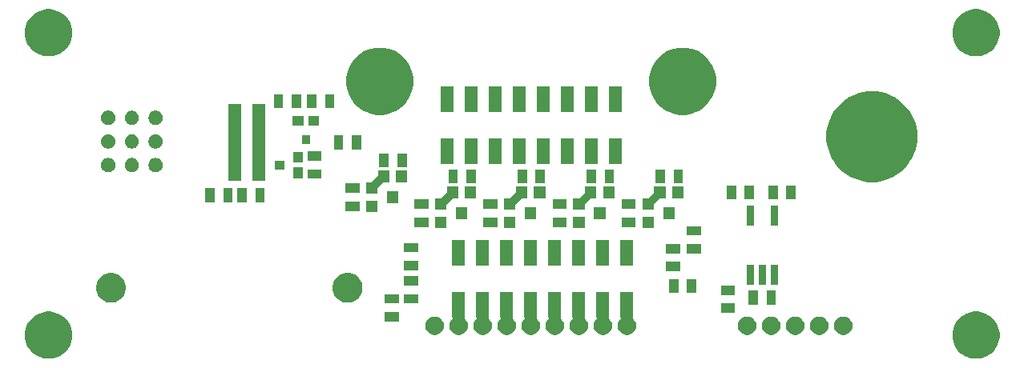
<source format=gbs>
G04 #@! TF.GenerationSoftware,KiCad,Pcbnew,5.1.5-52549c5~84~ubuntu18.04.1*
G04 #@! TF.CreationDate,2020-03-29T21:38:33-07:00*
G04 #@! TF.ProjectId,endcap,656e6463-6170-42e6-9b69-6361645f7063,2.1*
G04 #@! TF.SameCoordinates,PX2faf080PY2faf080*
G04 #@! TF.FileFunction,Soldermask,Bot*
G04 #@! TF.FilePolarity,Negative*
%FSLAX46Y46*%
G04 Gerber Fmt 4.6, Leading zero omitted, Abs format (unit mm)*
G04 Created by KiCad (PCBNEW 5.1.5-52549c5~84~ubuntu18.04.1) date 2020-03-29 21:38:33*
%MOMM*%
%LPD*%
G04 APERTURE LIST*
%ADD10C,0.100000*%
G04 APERTURE END LIST*
D10*
G36*
X102487921Y-33547056D02*
G01*
X102729515Y-33595112D01*
X103184668Y-33783643D01*
X103287769Y-33852533D01*
X103594294Y-34057346D01*
X103942654Y-34405706D01*
X104216358Y-34815334D01*
X104404888Y-35270486D01*
X104501000Y-35753672D01*
X104501000Y-36246328D01*
X104404888Y-36729514D01*
X104216358Y-37184666D01*
X103942654Y-37594294D01*
X103594294Y-37942654D01*
X103287769Y-38147467D01*
X103184668Y-38216357D01*
X102729515Y-38404888D01*
X102487921Y-38452944D01*
X102246328Y-38501000D01*
X101753672Y-38501000D01*
X101512079Y-38452944D01*
X101270485Y-38404888D01*
X100815332Y-38216357D01*
X100712231Y-38147467D01*
X100405706Y-37942654D01*
X100057346Y-37594294D01*
X99783642Y-37184666D01*
X99595112Y-36729514D01*
X99499000Y-36246328D01*
X99499000Y-35753672D01*
X99595112Y-35270486D01*
X99783642Y-34815334D01*
X100057346Y-34405706D01*
X100405706Y-34057346D01*
X100712231Y-33852533D01*
X100815332Y-33783643D01*
X101270485Y-33595112D01*
X101512079Y-33547056D01*
X101753672Y-33499000D01*
X102246328Y-33499000D01*
X102487921Y-33547056D01*
G37*
G36*
X4487921Y-33547056D02*
G01*
X4729515Y-33595112D01*
X5184668Y-33783643D01*
X5287769Y-33852533D01*
X5594294Y-34057346D01*
X5942654Y-34405706D01*
X6216358Y-34815334D01*
X6404888Y-35270486D01*
X6501000Y-35753672D01*
X6501000Y-36246328D01*
X6404888Y-36729514D01*
X6216358Y-37184666D01*
X5942654Y-37594294D01*
X5594294Y-37942654D01*
X5287769Y-38147467D01*
X5184668Y-38216357D01*
X4729515Y-38404888D01*
X4487921Y-38452944D01*
X4246328Y-38501000D01*
X3753672Y-38501000D01*
X3512079Y-38452944D01*
X3270485Y-38404888D01*
X2815332Y-38216357D01*
X2712231Y-38147467D01*
X2405706Y-37942654D01*
X2057346Y-37594294D01*
X1783642Y-37184666D01*
X1595112Y-36729514D01*
X1499000Y-36246328D01*
X1499000Y-35753672D01*
X1595112Y-35270486D01*
X1783642Y-34815334D01*
X2057346Y-34405706D01*
X2405706Y-34057346D01*
X2712231Y-33852533D01*
X2815332Y-33783643D01*
X3270485Y-33595112D01*
X3512079Y-33547056D01*
X3753672Y-33499000D01*
X4246328Y-33499000D01*
X4487921Y-33547056D01*
G37*
G36*
X53081000Y-34199800D02*
G01*
X53080450Y-34201613D01*
X53078048Y-34225999D01*
X53080450Y-34250385D01*
X53087563Y-34273834D01*
X53099114Y-34295445D01*
X53114659Y-34314387D01*
X53178111Y-34377839D01*
X53267158Y-34511109D01*
X53284920Y-34537691D01*
X53289190Y-34548000D01*
X53358493Y-34715313D01*
X53396000Y-34903871D01*
X53396000Y-35096129D01*
X53358493Y-35284687D01*
X53358492Y-35284689D01*
X53284920Y-35462309D01*
X53284919Y-35462310D01*
X53178111Y-35622161D01*
X53042161Y-35758111D01*
X52908891Y-35847158D01*
X52882309Y-35864920D01*
X52744927Y-35921825D01*
X52704687Y-35938493D01*
X52516129Y-35976000D01*
X52323871Y-35976000D01*
X52135313Y-35938493D01*
X52095073Y-35921825D01*
X51957691Y-35864920D01*
X51931109Y-35847158D01*
X51797839Y-35758111D01*
X51661889Y-35622161D01*
X51555081Y-35462310D01*
X51555080Y-35462309D01*
X51481508Y-35284689D01*
X51481507Y-35284687D01*
X51444000Y-35096129D01*
X51444000Y-34903871D01*
X51481507Y-34715313D01*
X51550810Y-34548000D01*
X51555080Y-34537691D01*
X51572842Y-34511109D01*
X51661889Y-34377839D01*
X51725341Y-34314387D01*
X51740886Y-34295445D01*
X51752437Y-34273834D01*
X51759550Y-34250385D01*
X51761952Y-34225999D01*
X51759550Y-34201613D01*
X51752437Y-34178164D01*
X51740886Y-34156553D01*
X51725341Y-34137611D01*
X51706399Y-34122066D01*
X51684788Y-34110515D01*
X51679000Y-34108759D01*
X51679000Y-31399000D01*
X53081000Y-31399000D01*
X53081000Y-34199800D01*
G37*
G36*
X85724687Y-34061507D02*
G01*
X85724690Y-34061508D01*
X85724689Y-34061508D01*
X85902309Y-34135080D01*
X85928891Y-34152842D01*
X86062161Y-34241889D01*
X86198111Y-34377839D01*
X86287158Y-34511109D01*
X86304920Y-34537691D01*
X86309190Y-34548000D01*
X86378493Y-34715313D01*
X86416000Y-34903871D01*
X86416000Y-35096129D01*
X86378493Y-35284687D01*
X86378492Y-35284689D01*
X86304920Y-35462309D01*
X86304919Y-35462310D01*
X86198111Y-35622161D01*
X86062161Y-35758111D01*
X85928891Y-35847158D01*
X85902309Y-35864920D01*
X85764927Y-35921825D01*
X85724687Y-35938493D01*
X85536129Y-35976000D01*
X85343871Y-35976000D01*
X85155313Y-35938493D01*
X85115073Y-35921825D01*
X84977691Y-35864920D01*
X84951109Y-35847158D01*
X84817839Y-35758111D01*
X84681889Y-35622161D01*
X84575081Y-35462310D01*
X84575080Y-35462309D01*
X84501508Y-35284689D01*
X84501507Y-35284687D01*
X84464000Y-35096129D01*
X84464000Y-34903871D01*
X84501507Y-34715313D01*
X84570810Y-34548000D01*
X84575080Y-34537691D01*
X84592842Y-34511109D01*
X84681889Y-34377839D01*
X84817839Y-34241889D01*
X84951109Y-34152842D01*
X84977691Y-34135080D01*
X85155311Y-34061508D01*
X85155310Y-34061508D01*
X85155313Y-34061507D01*
X85343871Y-34024000D01*
X85536129Y-34024000D01*
X85724687Y-34061507D01*
G37*
G36*
X88264687Y-34061507D02*
G01*
X88264690Y-34061508D01*
X88264689Y-34061508D01*
X88442309Y-34135080D01*
X88468891Y-34152842D01*
X88602161Y-34241889D01*
X88738111Y-34377839D01*
X88827158Y-34511109D01*
X88844920Y-34537691D01*
X88849190Y-34548000D01*
X88918493Y-34715313D01*
X88956000Y-34903871D01*
X88956000Y-35096129D01*
X88918493Y-35284687D01*
X88918492Y-35284689D01*
X88844920Y-35462309D01*
X88844919Y-35462310D01*
X88738111Y-35622161D01*
X88602161Y-35758111D01*
X88468891Y-35847158D01*
X88442309Y-35864920D01*
X88304927Y-35921825D01*
X88264687Y-35938493D01*
X88076129Y-35976000D01*
X87883871Y-35976000D01*
X87695313Y-35938493D01*
X87655073Y-35921825D01*
X87517691Y-35864920D01*
X87491109Y-35847158D01*
X87357839Y-35758111D01*
X87221889Y-35622161D01*
X87115081Y-35462310D01*
X87115080Y-35462309D01*
X87041508Y-35284689D01*
X87041507Y-35284687D01*
X87004000Y-35096129D01*
X87004000Y-34903871D01*
X87041507Y-34715313D01*
X87110810Y-34548000D01*
X87115080Y-34537691D01*
X87132842Y-34511109D01*
X87221889Y-34377839D01*
X87357839Y-34241889D01*
X87491109Y-34152842D01*
X87517691Y-34135080D01*
X87695311Y-34061508D01*
X87695310Y-34061508D01*
X87695313Y-34061507D01*
X87883871Y-34024000D01*
X88076129Y-34024000D01*
X88264687Y-34061507D01*
G37*
G36*
X83184687Y-34061507D02*
G01*
X83184690Y-34061508D01*
X83184689Y-34061508D01*
X83362309Y-34135080D01*
X83388891Y-34152842D01*
X83522161Y-34241889D01*
X83658111Y-34377839D01*
X83747158Y-34511109D01*
X83764920Y-34537691D01*
X83769190Y-34548000D01*
X83838493Y-34715313D01*
X83876000Y-34903871D01*
X83876000Y-35096129D01*
X83838493Y-35284687D01*
X83838492Y-35284689D01*
X83764920Y-35462309D01*
X83764919Y-35462310D01*
X83658111Y-35622161D01*
X83522161Y-35758111D01*
X83388891Y-35847158D01*
X83362309Y-35864920D01*
X83224927Y-35921825D01*
X83184687Y-35938493D01*
X82996129Y-35976000D01*
X82803871Y-35976000D01*
X82615313Y-35938493D01*
X82575073Y-35921825D01*
X82437691Y-35864920D01*
X82411109Y-35847158D01*
X82277839Y-35758111D01*
X82141889Y-35622161D01*
X82035081Y-35462310D01*
X82035080Y-35462309D01*
X81961508Y-35284689D01*
X81961507Y-35284687D01*
X81924000Y-35096129D01*
X81924000Y-34903871D01*
X81961507Y-34715313D01*
X82030810Y-34548000D01*
X82035080Y-34537691D01*
X82052842Y-34511109D01*
X82141889Y-34377839D01*
X82277839Y-34241889D01*
X82411109Y-34152842D01*
X82437691Y-34135080D01*
X82615311Y-34061508D01*
X82615310Y-34061508D01*
X82615313Y-34061507D01*
X82803871Y-34024000D01*
X82996129Y-34024000D01*
X83184687Y-34061507D01*
G37*
G36*
X80644687Y-34061507D02*
G01*
X80644690Y-34061508D01*
X80644689Y-34061508D01*
X80822309Y-34135080D01*
X80848891Y-34152842D01*
X80982161Y-34241889D01*
X81118111Y-34377839D01*
X81207158Y-34511109D01*
X81224920Y-34537691D01*
X81229190Y-34548000D01*
X81298493Y-34715313D01*
X81336000Y-34903871D01*
X81336000Y-35096129D01*
X81298493Y-35284687D01*
X81298492Y-35284689D01*
X81224920Y-35462309D01*
X81224919Y-35462310D01*
X81118111Y-35622161D01*
X80982161Y-35758111D01*
X80848891Y-35847158D01*
X80822309Y-35864920D01*
X80684927Y-35921825D01*
X80644687Y-35938493D01*
X80456129Y-35976000D01*
X80263871Y-35976000D01*
X80075313Y-35938493D01*
X80035073Y-35921825D01*
X79897691Y-35864920D01*
X79871109Y-35847158D01*
X79737839Y-35758111D01*
X79601889Y-35622161D01*
X79495081Y-35462310D01*
X79495080Y-35462309D01*
X79421508Y-35284689D01*
X79421507Y-35284687D01*
X79384000Y-35096129D01*
X79384000Y-34903871D01*
X79421507Y-34715313D01*
X79490810Y-34548000D01*
X79495080Y-34537691D01*
X79512842Y-34511109D01*
X79601889Y-34377839D01*
X79737839Y-34241889D01*
X79871109Y-34152842D01*
X79897691Y-34135080D01*
X80075311Y-34061508D01*
X80075310Y-34061508D01*
X80075313Y-34061507D01*
X80263871Y-34024000D01*
X80456129Y-34024000D01*
X80644687Y-34061507D01*
G37*
G36*
X78104687Y-34061507D02*
G01*
X78104690Y-34061508D01*
X78104689Y-34061508D01*
X78282309Y-34135080D01*
X78308891Y-34152842D01*
X78442161Y-34241889D01*
X78578111Y-34377839D01*
X78667158Y-34511109D01*
X78684920Y-34537691D01*
X78689190Y-34548000D01*
X78758493Y-34715313D01*
X78796000Y-34903871D01*
X78796000Y-35096129D01*
X78758493Y-35284687D01*
X78758492Y-35284689D01*
X78684920Y-35462309D01*
X78684919Y-35462310D01*
X78578111Y-35622161D01*
X78442161Y-35758111D01*
X78308891Y-35847158D01*
X78282309Y-35864920D01*
X78144927Y-35921825D01*
X78104687Y-35938493D01*
X77916129Y-35976000D01*
X77723871Y-35976000D01*
X77535313Y-35938493D01*
X77495073Y-35921825D01*
X77357691Y-35864920D01*
X77331109Y-35847158D01*
X77197839Y-35758111D01*
X77061889Y-35622161D01*
X76955081Y-35462310D01*
X76955080Y-35462309D01*
X76881508Y-35284689D01*
X76881507Y-35284687D01*
X76844000Y-35096129D01*
X76844000Y-34903871D01*
X76881507Y-34715313D01*
X76950810Y-34548000D01*
X76955080Y-34537691D01*
X76972842Y-34511109D01*
X77061889Y-34377839D01*
X77197839Y-34241889D01*
X77331109Y-34152842D01*
X77357691Y-34135080D01*
X77535311Y-34061508D01*
X77535310Y-34061508D01*
X77535313Y-34061507D01*
X77723871Y-34024000D01*
X77916129Y-34024000D01*
X78104687Y-34061507D01*
G37*
G36*
X45084687Y-34061507D02*
G01*
X45084690Y-34061508D01*
X45084689Y-34061508D01*
X45262309Y-34135080D01*
X45288891Y-34152842D01*
X45422161Y-34241889D01*
X45558111Y-34377839D01*
X45647158Y-34511109D01*
X45664920Y-34537691D01*
X45669190Y-34548000D01*
X45738493Y-34715313D01*
X45776000Y-34903871D01*
X45776000Y-35096129D01*
X45738493Y-35284687D01*
X45738492Y-35284689D01*
X45664920Y-35462309D01*
X45664919Y-35462310D01*
X45558111Y-35622161D01*
X45422161Y-35758111D01*
X45288891Y-35847158D01*
X45262309Y-35864920D01*
X45124927Y-35921825D01*
X45084687Y-35938493D01*
X44896129Y-35976000D01*
X44703871Y-35976000D01*
X44515313Y-35938493D01*
X44475073Y-35921825D01*
X44337691Y-35864920D01*
X44311109Y-35847158D01*
X44177839Y-35758111D01*
X44041889Y-35622161D01*
X43935081Y-35462310D01*
X43935080Y-35462309D01*
X43861508Y-35284689D01*
X43861507Y-35284687D01*
X43824000Y-35096129D01*
X43824000Y-34903871D01*
X43861507Y-34715313D01*
X43930810Y-34548000D01*
X43935080Y-34537691D01*
X43952842Y-34511109D01*
X44041889Y-34377839D01*
X44177839Y-34241889D01*
X44311109Y-34152842D01*
X44337691Y-34135080D01*
X44515311Y-34061508D01*
X44515310Y-34061508D01*
X44515313Y-34061507D01*
X44703871Y-34024000D01*
X44896129Y-34024000D01*
X45084687Y-34061507D01*
G37*
G36*
X48001000Y-34199800D02*
G01*
X48000450Y-34201613D01*
X47998048Y-34225999D01*
X48000450Y-34250385D01*
X48007563Y-34273834D01*
X48019114Y-34295445D01*
X48034659Y-34314387D01*
X48098111Y-34377839D01*
X48187158Y-34511109D01*
X48204920Y-34537691D01*
X48209190Y-34548000D01*
X48278493Y-34715313D01*
X48316000Y-34903871D01*
X48316000Y-35096129D01*
X48278493Y-35284687D01*
X48278492Y-35284689D01*
X48204920Y-35462309D01*
X48204919Y-35462310D01*
X48098111Y-35622161D01*
X47962161Y-35758111D01*
X47828891Y-35847158D01*
X47802309Y-35864920D01*
X47664927Y-35921825D01*
X47624687Y-35938493D01*
X47436129Y-35976000D01*
X47243871Y-35976000D01*
X47055313Y-35938493D01*
X47015073Y-35921825D01*
X46877691Y-35864920D01*
X46851109Y-35847158D01*
X46717839Y-35758111D01*
X46581889Y-35622161D01*
X46475081Y-35462310D01*
X46475080Y-35462309D01*
X46401508Y-35284689D01*
X46401507Y-35284687D01*
X46364000Y-35096129D01*
X46364000Y-34903871D01*
X46401507Y-34715313D01*
X46470810Y-34548000D01*
X46475080Y-34537691D01*
X46492842Y-34511109D01*
X46581889Y-34377839D01*
X46645341Y-34314387D01*
X46660886Y-34295445D01*
X46672437Y-34273834D01*
X46679550Y-34250385D01*
X46681952Y-34225999D01*
X46679550Y-34201613D01*
X46672437Y-34178164D01*
X46660886Y-34156553D01*
X46645341Y-34137611D01*
X46626399Y-34122066D01*
X46604788Y-34110515D01*
X46599000Y-34108759D01*
X46599000Y-31399000D01*
X48001000Y-31399000D01*
X48001000Y-34199800D01*
G37*
G36*
X65781000Y-34199800D02*
G01*
X65780450Y-34201613D01*
X65778048Y-34225999D01*
X65780450Y-34250385D01*
X65787563Y-34273834D01*
X65799114Y-34295445D01*
X65814659Y-34314387D01*
X65878111Y-34377839D01*
X65967158Y-34511109D01*
X65984920Y-34537691D01*
X65989190Y-34548000D01*
X66058493Y-34715313D01*
X66096000Y-34903871D01*
X66096000Y-35096129D01*
X66058493Y-35284687D01*
X66058492Y-35284689D01*
X65984920Y-35462309D01*
X65984919Y-35462310D01*
X65878111Y-35622161D01*
X65742161Y-35758111D01*
X65608891Y-35847158D01*
X65582309Y-35864920D01*
X65444927Y-35921825D01*
X65404687Y-35938493D01*
X65216129Y-35976000D01*
X65023871Y-35976000D01*
X64835313Y-35938493D01*
X64795073Y-35921825D01*
X64657691Y-35864920D01*
X64631109Y-35847158D01*
X64497839Y-35758111D01*
X64361889Y-35622161D01*
X64255081Y-35462310D01*
X64255080Y-35462309D01*
X64181508Y-35284689D01*
X64181507Y-35284687D01*
X64144000Y-35096129D01*
X64144000Y-34903871D01*
X64181507Y-34715313D01*
X64250810Y-34548000D01*
X64255080Y-34537691D01*
X64272842Y-34511109D01*
X64361889Y-34377839D01*
X64425341Y-34314387D01*
X64440886Y-34295445D01*
X64452437Y-34273834D01*
X64459550Y-34250385D01*
X64461952Y-34225999D01*
X64459550Y-34201613D01*
X64452437Y-34178164D01*
X64440886Y-34156553D01*
X64425341Y-34137611D01*
X64406399Y-34122066D01*
X64384788Y-34110515D01*
X64379000Y-34108759D01*
X64379000Y-31399000D01*
X65781000Y-31399000D01*
X65781000Y-34199800D01*
G37*
G36*
X63241000Y-34199800D02*
G01*
X63240450Y-34201613D01*
X63238048Y-34225999D01*
X63240450Y-34250385D01*
X63247563Y-34273834D01*
X63259114Y-34295445D01*
X63274659Y-34314387D01*
X63338111Y-34377839D01*
X63427158Y-34511109D01*
X63444920Y-34537691D01*
X63449190Y-34548000D01*
X63518493Y-34715313D01*
X63556000Y-34903871D01*
X63556000Y-35096129D01*
X63518493Y-35284687D01*
X63518492Y-35284689D01*
X63444920Y-35462309D01*
X63444919Y-35462310D01*
X63338111Y-35622161D01*
X63202161Y-35758111D01*
X63068891Y-35847158D01*
X63042309Y-35864920D01*
X62904927Y-35921825D01*
X62864687Y-35938493D01*
X62676129Y-35976000D01*
X62483871Y-35976000D01*
X62295313Y-35938493D01*
X62255073Y-35921825D01*
X62117691Y-35864920D01*
X62091109Y-35847158D01*
X61957839Y-35758111D01*
X61821889Y-35622161D01*
X61715081Y-35462310D01*
X61715080Y-35462309D01*
X61641508Y-35284689D01*
X61641507Y-35284687D01*
X61604000Y-35096129D01*
X61604000Y-34903871D01*
X61641507Y-34715313D01*
X61710810Y-34548000D01*
X61715080Y-34537691D01*
X61732842Y-34511109D01*
X61821889Y-34377839D01*
X61885341Y-34314387D01*
X61900886Y-34295445D01*
X61912437Y-34273834D01*
X61919550Y-34250385D01*
X61921952Y-34225999D01*
X61919550Y-34201613D01*
X61912437Y-34178164D01*
X61900886Y-34156553D01*
X61885341Y-34137611D01*
X61866399Y-34122066D01*
X61844788Y-34110515D01*
X61839000Y-34108759D01*
X61839000Y-31399000D01*
X63241000Y-31399000D01*
X63241000Y-34199800D01*
G37*
G36*
X60701000Y-34199800D02*
G01*
X60700450Y-34201613D01*
X60698048Y-34225999D01*
X60700450Y-34250385D01*
X60707563Y-34273834D01*
X60719114Y-34295445D01*
X60734659Y-34314387D01*
X60798111Y-34377839D01*
X60887158Y-34511109D01*
X60904920Y-34537691D01*
X60909190Y-34548000D01*
X60978493Y-34715313D01*
X61016000Y-34903871D01*
X61016000Y-35096129D01*
X60978493Y-35284687D01*
X60978492Y-35284689D01*
X60904920Y-35462309D01*
X60904919Y-35462310D01*
X60798111Y-35622161D01*
X60662161Y-35758111D01*
X60528891Y-35847158D01*
X60502309Y-35864920D01*
X60364927Y-35921825D01*
X60324687Y-35938493D01*
X60136129Y-35976000D01*
X59943871Y-35976000D01*
X59755313Y-35938493D01*
X59715073Y-35921825D01*
X59577691Y-35864920D01*
X59551109Y-35847158D01*
X59417839Y-35758111D01*
X59281889Y-35622161D01*
X59175081Y-35462310D01*
X59175080Y-35462309D01*
X59101508Y-35284689D01*
X59101507Y-35284687D01*
X59064000Y-35096129D01*
X59064000Y-34903871D01*
X59101507Y-34715313D01*
X59170810Y-34548000D01*
X59175080Y-34537691D01*
X59192842Y-34511109D01*
X59281889Y-34377839D01*
X59345341Y-34314387D01*
X59360886Y-34295445D01*
X59372437Y-34273834D01*
X59379550Y-34250385D01*
X59381952Y-34225999D01*
X59379550Y-34201613D01*
X59372437Y-34178164D01*
X59360886Y-34156553D01*
X59345341Y-34137611D01*
X59326399Y-34122066D01*
X59304788Y-34110515D01*
X59299000Y-34108759D01*
X59299000Y-31399000D01*
X60701000Y-31399000D01*
X60701000Y-34199800D01*
G37*
G36*
X58161000Y-34199800D02*
G01*
X58160450Y-34201613D01*
X58158048Y-34225999D01*
X58160450Y-34250385D01*
X58167563Y-34273834D01*
X58179114Y-34295445D01*
X58194659Y-34314387D01*
X58258111Y-34377839D01*
X58347158Y-34511109D01*
X58364920Y-34537691D01*
X58369190Y-34548000D01*
X58438493Y-34715313D01*
X58476000Y-34903871D01*
X58476000Y-35096129D01*
X58438493Y-35284687D01*
X58438492Y-35284689D01*
X58364920Y-35462309D01*
X58364919Y-35462310D01*
X58258111Y-35622161D01*
X58122161Y-35758111D01*
X57988891Y-35847158D01*
X57962309Y-35864920D01*
X57824927Y-35921825D01*
X57784687Y-35938493D01*
X57596129Y-35976000D01*
X57403871Y-35976000D01*
X57215313Y-35938493D01*
X57175073Y-35921825D01*
X57037691Y-35864920D01*
X57011109Y-35847158D01*
X56877839Y-35758111D01*
X56741889Y-35622161D01*
X56635081Y-35462310D01*
X56635080Y-35462309D01*
X56561508Y-35284689D01*
X56561507Y-35284687D01*
X56524000Y-35096129D01*
X56524000Y-34903871D01*
X56561507Y-34715313D01*
X56630810Y-34548000D01*
X56635080Y-34537691D01*
X56652842Y-34511109D01*
X56741889Y-34377839D01*
X56805341Y-34314387D01*
X56820886Y-34295445D01*
X56832437Y-34273834D01*
X56839550Y-34250385D01*
X56841952Y-34225999D01*
X56839550Y-34201613D01*
X56832437Y-34178164D01*
X56820886Y-34156553D01*
X56805341Y-34137611D01*
X56786399Y-34122066D01*
X56764788Y-34110515D01*
X56759000Y-34108759D01*
X56759000Y-31399000D01*
X58161000Y-31399000D01*
X58161000Y-34199800D01*
G37*
G36*
X55621000Y-34199800D02*
G01*
X55620450Y-34201613D01*
X55618048Y-34225999D01*
X55620450Y-34250385D01*
X55627563Y-34273834D01*
X55639114Y-34295445D01*
X55654659Y-34314387D01*
X55718111Y-34377839D01*
X55807158Y-34511109D01*
X55824920Y-34537691D01*
X55829190Y-34548000D01*
X55898493Y-34715313D01*
X55936000Y-34903871D01*
X55936000Y-35096129D01*
X55898493Y-35284687D01*
X55898492Y-35284689D01*
X55824920Y-35462309D01*
X55824919Y-35462310D01*
X55718111Y-35622161D01*
X55582161Y-35758111D01*
X55448891Y-35847158D01*
X55422309Y-35864920D01*
X55284927Y-35921825D01*
X55244687Y-35938493D01*
X55056129Y-35976000D01*
X54863871Y-35976000D01*
X54675313Y-35938493D01*
X54635073Y-35921825D01*
X54497691Y-35864920D01*
X54471109Y-35847158D01*
X54337839Y-35758111D01*
X54201889Y-35622161D01*
X54095081Y-35462310D01*
X54095080Y-35462309D01*
X54021508Y-35284689D01*
X54021507Y-35284687D01*
X53984000Y-35096129D01*
X53984000Y-34903871D01*
X54021507Y-34715313D01*
X54090810Y-34548000D01*
X54095080Y-34537691D01*
X54112842Y-34511109D01*
X54201889Y-34377839D01*
X54265341Y-34314387D01*
X54280886Y-34295445D01*
X54292437Y-34273834D01*
X54299550Y-34250385D01*
X54301952Y-34225999D01*
X54299550Y-34201613D01*
X54292437Y-34178164D01*
X54280886Y-34156553D01*
X54265341Y-34137611D01*
X54246399Y-34122066D01*
X54224788Y-34110515D01*
X54219000Y-34108759D01*
X54219000Y-31399000D01*
X55621000Y-31399000D01*
X55621000Y-34199800D01*
G37*
G36*
X50541000Y-34199800D02*
G01*
X50540450Y-34201613D01*
X50538048Y-34225999D01*
X50540450Y-34250385D01*
X50547563Y-34273834D01*
X50559114Y-34295445D01*
X50574659Y-34314387D01*
X50638111Y-34377839D01*
X50727158Y-34511109D01*
X50744920Y-34537691D01*
X50749190Y-34548000D01*
X50818493Y-34715313D01*
X50856000Y-34903871D01*
X50856000Y-35096129D01*
X50818493Y-35284687D01*
X50818492Y-35284689D01*
X50744920Y-35462309D01*
X50744919Y-35462310D01*
X50638111Y-35622161D01*
X50502161Y-35758111D01*
X50368891Y-35847158D01*
X50342309Y-35864920D01*
X50204927Y-35921825D01*
X50164687Y-35938493D01*
X49976129Y-35976000D01*
X49783871Y-35976000D01*
X49595313Y-35938493D01*
X49555073Y-35921825D01*
X49417691Y-35864920D01*
X49391109Y-35847158D01*
X49257839Y-35758111D01*
X49121889Y-35622161D01*
X49015081Y-35462310D01*
X49015080Y-35462309D01*
X48941508Y-35284689D01*
X48941507Y-35284687D01*
X48904000Y-35096129D01*
X48904000Y-34903871D01*
X48941507Y-34715313D01*
X49010810Y-34548000D01*
X49015080Y-34537691D01*
X49032842Y-34511109D01*
X49121889Y-34377839D01*
X49185341Y-34314387D01*
X49200886Y-34295445D01*
X49212437Y-34273834D01*
X49219550Y-34250385D01*
X49221952Y-34225999D01*
X49219550Y-34201613D01*
X49212437Y-34178164D01*
X49200886Y-34156553D01*
X49185341Y-34137611D01*
X49166399Y-34122066D01*
X49144788Y-34110515D01*
X49139000Y-34108759D01*
X49139000Y-31399000D01*
X50541000Y-31399000D01*
X50541000Y-34199800D01*
G37*
G36*
X41049500Y-34548000D02*
G01*
X39550500Y-34548000D01*
X39550500Y-33557000D01*
X41049500Y-33557000D01*
X41049500Y-34548000D01*
G37*
G36*
X76549500Y-33648000D02*
G01*
X75050500Y-33648000D01*
X75050500Y-32657000D01*
X76549500Y-32657000D01*
X76549500Y-33648000D01*
G37*
G36*
X78943000Y-32749500D02*
G01*
X77952000Y-32749500D01*
X77952000Y-31250500D01*
X78943000Y-31250500D01*
X78943000Y-32749500D01*
G37*
G36*
X80848000Y-32749500D02*
G01*
X79857000Y-32749500D01*
X79857000Y-31250500D01*
X80848000Y-31250500D01*
X80848000Y-32749500D01*
G37*
G36*
X43049500Y-32648000D02*
G01*
X41550500Y-32648000D01*
X41550500Y-31657000D01*
X43049500Y-31657000D01*
X43049500Y-32648000D01*
G37*
G36*
X41049500Y-32643000D02*
G01*
X39550500Y-32643000D01*
X39550500Y-31652000D01*
X41049500Y-31652000D01*
X41049500Y-32643000D01*
G37*
G36*
X10831083Y-29439090D02*
G01*
X11059702Y-29484564D01*
X11346516Y-29603367D01*
X11604642Y-29775841D01*
X11824159Y-29995358D01*
X11996633Y-30253484D01*
X12115436Y-30540298D01*
X12176000Y-30844778D01*
X12176000Y-31155222D01*
X12115436Y-31459702D01*
X11996633Y-31746516D01*
X11824159Y-32004642D01*
X11604642Y-32224159D01*
X11346516Y-32396633D01*
X11059702Y-32515436D01*
X10831083Y-32560910D01*
X10755224Y-32576000D01*
X10444776Y-32576000D01*
X10368917Y-32560910D01*
X10140298Y-32515436D01*
X9853484Y-32396633D01*
X9595358Y-32224159D01*
X9375841Y-32004642D01*
X9203367Y-31746516D01*
X9084564Y-31459702D01*
X9024000Y-31155222D01*
X9024000Y-30844778D01*
X9084564Y-30540298D01*
X9203367Y-30253484D01*
X9375841Y-29995358D01*
X9595358Y-29775841D01*
X9853484Y-29603367D01*
X10140298Y-29484564D01*
X10368917Y-29439090D01*
X10444776Y-29424000D01*
X10755224Y-29424000D01*
X10831083Y-29439090D01*
G37*
G36*
X35831083Y-29439090D02*
G01*
X36059702Y-29484564D01*
X36346516Y-29603367D01*
X36604642Y-29775841D01*
X36824159Y-29995358D01*
X36996633Y-30253484D01*
X37115436Y-30540298D01*
X37176000Y-30844778D01*
X37176000Y-31155222D01*
X37115436Y-31459702D01*
X36996633Y-31746516D01*
X36824159Y-32004642D01*
X36604642Y-32224159D01*
X36346516Y-32396633D01*
X36059702Y-32515436D01*
X35831083Y-32560910D01*
X35755224Y-32576000D01*
X35444776Y-32576000D01*
X35368917Y-32560910D01*
X35140298Y-32515436D01*
X34853484Y-32396633D01*
X34595358Y-32224159D01*
X34375841Y-32004642D01*
X34203367Y-31746516D01*
X34084564Y-31459702D01*
X34024000Y-31155222D01*
X34024000Y-30844778D01*
X34084564Y-30540298D01*
X34203367Y-30253484D01*
X34375841Y-29995358D01*
X34595358Y-29775841D01*
X34853484Y-29603367D01*
X35140298Y-29484564D01*
X35368917Y-29439090D01*
X35444776Y-29424000D01*
X35755224Y-29424000D01*
X35831083Y-29439090D01*
G37*
G36*
X76549500Y-31743000D02*
G01*
X75050500Y-31743000D01*
X75050500Y-30752000D01*
X76549500Y-30752000D01*
X76549500Y-31743000D01*
G37*
G36*
X70543000Y-31549500D02*
G01*
X69552000Y-31549500D01*
X69552000Y-30050500D01*
X70543000Y-30050500D01*
X70543000Y-31549500D01*
G37*
G36*
X72448000Y-31549500D02*
G01*
X71457000Y-31549500D01*
X71457000Y-30050500D01*
X72448000Y-30050500D01*
X72448000Y-31549500D01*
G37*
G36*
X43049500Y-30743000D02*
G01*
X41550500Y-30743000D01*
X41550500Y-29752000D01*
X43049500Y-29752000D01*
X43049500Y-30743000D01*
G37*
G36*
X81041000Y-30701000D02*
G01*
X80299000Y-30701000D01*
X80299000Y-28599000D01*
X81041000Y-28599000D01*
X81041000Y-30701000D01*
G37*
G36*
X78501000Y-30701000D02*
G01*
X77759000Y-30701000D01*
X77759000Y-28599000D01*
X78501000Y-28599000D01*
X78501000Y-30701000D01*
G37*
G36*
X79771000Y-30701000D02*
G01*
X79029000Y-30701000D01*
X79029000Y-28599000D01*
X79771000Y-28599000D01*
X79771000Y-30701000D01*
G37*
G36*
X70749500Y-29248000D02*
G01*
X69250500Y-29248000D01*
X69250500Y-28257000D01*
X70749500Y-28257000D01*
X70749500Y-29248000D01*
G37*
G36*
X43049500Y-29148000D02*
G01*
X41550500Y-29148000D01*
X41550500Y-28157000D01*
X43049500Y-28157000D01*
X43049500Y-29148000D01*
G37*
G36*
X63241000Y-28601000D02*
G01*
X61839000Y-28601000D01*
X61839000Y-25899000D01*
X63241000Y-25899000D01*
X63241000Y-28601000D01*
G37*
G36*
X50541000Y-28601000D02*
G01*
X49139000Y-28601000D01*
X49139000Y-25899000D01*
X50541000Y-25899000D01*
X50541000Y-28601000D01*
G37*
G36*
X53081000Y-28601000D02*
G01*
X51679000Y-28601000D01*
X51679000Y-25899000D01*
X53081000Y-25899000D01*
X53081000Y-28601000D01*
G37*
G36*
X55621000Y-28601000D02*
G01*
X54219000Y-28601000D01*
X54219000Y-25899000D01*
X55621000Y-25899000D01*
X55621000Y-28601000D01*
G37*
G36*
X60701000Y-28601000D02*
G01*
X59299000Y-28601000D01*
X59299000Y-25899000D01*
X60701000Y-25899000D01*
X60701000Y-28601000D01*
G37*
G36*
X48001000Y-28601000D02*
G01*
X46599000Y-28601000D01*
X46599000Y-25899000D01*
X48001000Y-25899000D01*
X48001000Y-28601000D01*
G37*
G36*
X58161000Y-28601000D02*
G01*
X56759000Y-28601000D01*
X56759000Y-25899000D01*
X58161000Y-25899000D01*
X58161000Y-28601000D01*
G37*
G36*
X65781000Y-28601000D02*
G01*
X64379000Y-28601000D01*
X64379000Y-25899000D01*
X65781000Y-25899000D01*
X65781000Y-28601000D01*
G37*
G36*
X72949500Y-27348000D02*
G01*
X71450500Y-27348000D01*
X71450500Y-26357000D01*
X72949500Y-26357000D01*
X72949500Y-27348000D01*
G37*
G36*
X70749500Y-27343000D02*
G01*
X69250500Y-27343000D01*
X69250500Y-26352000D01*
X70749500Y-26352000D01*
X70749500Y-27343000D01*
G37*
G36*
X43049500Y-27243000D02*
G01*
X41550500Y-27243000D01*
X41550500Y-26252000D01*
X43049500Y-26252000D01*
X43049500Y-27243000D01*
G37*
G36*
X72949500Y-25443000D02*
G01*
X71450500Y-25443000D01*
X71450500Y-24452000D01*
X72949500Y-24452000D01*
X72949500Y-25443000D01*
G37*
G36*
X53351000Y-24651000D02*
G01*
X52149000Y-24651000D01*
X52149000Y-23449000D01*
X53351000Y-23449000D01*
X53351000Y-24651000D01*
G37*
G36*
X60651000Y-24651000D02*
G01*
X59449000Y-24651000D01*
X59449000Y-23449000D01*
X60651000Y-23449000D01*
X60651000Y-24651000D01*
G37*
G36*
X67951000Y-24651000D02*
G01*
X66749000Y-24651000D01*
X66749000Y-23449000D01*
X67951000Y-23449000D01*
X67951000Y-24651000D01*
G37*
G36*
X46051000Y-24651000D02*
G01*
X44849000Y-24651000D01*
X44849000Y-23449000D01*
X46051000Y-23449000D01*
X46051000Y-24651000D01*
G37*
G36*
X58749500Y-24548000D02*
G01*
X57250500Y-24548000D01*
X57250500Y-23557000D01*
X58749500Y-23557000D01*
X58749500Y-24548000D01*
G37*
G36*
X44149500Y-24548000D02*
G01*
X42650500Y-24548000D01*
X42650500Y-23557000D01*
X44149500Y-23557000D01*
X44149500Y-24548000D01*
G37*
G36*
X51449500Y-24548000D02*
G01*
X49950500Y-24548000D01*
X49950500Y-23557000D01*
X51449500Y-23557000D01*
X51449500Y-24548000D01*
G37*
G36*
X66049500Y-24548000D02*
G01*
X64550500Y-24548000D01*
X64550500Y-23557000D01*
X66049500Y-23557000D01*
X66049500Y-24548000D01*
G37*
G36*
X78501000Y-24401000D02*
G01*
X77759000Y-24401000D01*
X77759000Y-22299000D01*
X78501000Y-22299000D01*
X78501000Y-24401000D01*
G37*
G36*
X81041000Y-24401000D02*
G01*
X80299000Y-24401000D01*
X80299000Y-22299000D01*
X81041000Y-22299000D01*
X81041000Y-24401000D01*
G37*
G36*
X48251000Y-23701000D02*
G01*
X47049000Y-23701000D01*
X47049000Y-22499000D01*
X48251000Y-22499000D01*
X48251000Y-23701000D01*
G37*
G36*
X55551000Y-23701000D02*
G01*
X54349000Y-23701000D01*
X54349000Y-22499000D01*
X55551000Y-22499000D01*
X55551000Y-23701000D01*
G37*
G36*
X70151000Y-23701000D02*
G01*
X68949000Y-23701000D01*
X68949000Y-22499000D01*
X70151000Y-22499000D01*
X70151000Y-23701000D01*
G37*
G36*
X62851000Y-23701000D02*
G01*
X61649000Y-23701000D01*
X61649000Y-22499000D01*
X62851000Y-22499000D01*
X62851000Y-23701000D01*
G37*
G36*
X38751000Y-22951000D02*
G01*
X37549000Y-22951000D01*
X37549000Y-21749000D01*
X38751000Y-21749000D01*
X38751000Y-22951000D01*
G37*
G36*
X36849500Y-22848000D02*
G01*
X35350500Y-22848000D01*
X35350500Y-21857000D01*
X36849500Y-21857000D01*
X36849500Y-22848000D01*
G37*
G36*
X61901000Y-21501000D02*
G01*
X61388587Y-21501000D01*
X61364201Y-21503402D01*
X61340752Y-21510515D01*
X61319141Y-21522066D01*
X61300199Y-21537611D01*
X60687611Y-22150199D01*
X60672066Y-22169141D01*
X60660515Y-22190752D01*
X60653402Y-22214201D01*
X60651000Y-22238587D01*
X60651000Y-22751000D01*
X59449000Y-22751000D01*
X59449000Y-21549000D01*
X59961413Y-21549000D01*
X59985799Y-21546598D01*
X60009248Y-21539485D01*
X60030859Y-21527934D01*
X60049801Y-21512389D01*
X60662389Y-20899801D01*
X60677934Y-20880859D01*
X60689485Y-20859248D01*
X60696598Y-20835799D01*
X60699000Y-20811413D01*
X60699000Y-20299000D01*
X61901000Y-20299000D01*
X61901000Y-21501000D01*
G37*
G36*
X47301000Y-21501000D02*
G01*
X46788587Y-21501000D01*
X46764201Y-21503402D01*
X46740752Y-21510515D01*
X46719141Y-21522066D01*
X46700199Y-21537611D01*
X46087611Y-22150199D01*
X46072066Y-22169141D01*
X46060515Y-22190752D01*
X46053402Y-22214201D01*
X46051000Y-22238587D01*
X46051000Y-22751000D01*
X44849000Y-22751000D01*
X44849000Y-21549000D01*
X45361413Y-21549000D01*
X45385799Y-21546598D01*
X45409248Y-21539485D01*
X45430859Y-21527934D01*
X45449801Y-21512389D01*
X46062389Y-20899801D01*
X46077934Y-20880859D01*
X46089485Y-20859248D01*
X46096598Y-20835799D01*
X46099000Y-20811413D01*
X46099000Y-20299000D01*
X47301000Y-20299000D01*
X47301000Y-21501000D01*
G37*
G36*
X69201000Y-21501000D02*
G01*
X68688587Y-21501000D01*
X68664201Y-21503402D01*
X68640752Y-21510515D01*
X68619141Y-21522066D01*
X68600199Y-21537611D01*
X67987611Y-22150199D01*
X67972066Y-22169141D01*
X67960515Y-22190752D01*
X67953402Y-22214201D01*
X67951000Y-22238587D01*
X67951000Y-22751000D01*
X66749000Y-22751000D01*
X66749000Y-21549000D01*
X67261413Y-21549000D01*
X67285799Y-21546598D01*
X67309248Y-21539485D01*
X67330859Y-21527934D01*
X67349801Y-21512389D01*
X67962389Y-20899801D01*
X67977934Y-20880859D01*
X67989485Y-20859248D01*
X67996598Y-20835799D01*
X67999000Y-20811413D01*
X67999000Y-20299000D01*
X69201000Y-20299000D01*
X69201000Y-21501000D01*
G37*
G36*
X54601000Y-21501000D02*
G01*
X54088587Y-21501000D01*
X54064201Y-21503402D01*
X54040752Y-21510515D01*
X54019141Y-21522066D01*
X54000199Y-21537611D01*
X53387611Y-22150199D01*
X53372066Y-22169141D01*
X53360515Y-22190752D01*
X53353402Y-22214201D01*
X53351000Y-22238587D01*
X53351000Y-22751000D01*
X52149000Y-22751000D01*
X52149000Y-21549000D01*
X52661413Y-21549000D01*
X52685799Y-21546598D01*
X52709248Y-21539485D01*
X52730859Y-21527934D01*
X52749801Y-21512389D01*
X53362389Y-20899801D01*
X53377934Y-20880859D01*
X53389485Y-20859248D01*
X53396598Y-20835799D01*
X53399000Y-20811413D01*
X53399000Y-20299000D01*
X54601000Y-20299000D01*
X54601000Y-21501000D01*
G37*
G36*
X51449500Y-22643000D02*
G01*
X49950500Y-22643000D01*
X49950500Y-21652000D01*
X51449500Y-21652000D01*
X51449500Y-22643000D01*
G37*
G36*
X44149500Y-22643000D02*
G01*
X42650500Y-22643000D01*
X42650500Y-21652000D01*
X44149500Y-21652000D01*
X44149500Y-22643000D01*
G37*
G36*
X58749500Y-22643000D02*
G01*
X57250500Y-22643000D01*
X57250500Y-21652000D01*
X58749500Y-21652000D01*
X58749500Y-22643000D01*
G37*
G36*
X66049500Y-22643000D02*
G01*
X64550500Y-22643000D01*
X64550500Y-21652000D01*
X66049500Y-21652000D01*
X66049500Y-22643000D01*
G37*
G36*
X40951000Y-22001000D02*
G01*
X39749000Y-22001000D01*
X39749000Y-20799000D01*
X40951000Y-20799000D01*
X40951000Y-22001000D01*
G37*
G36*
X24943000Y-21949500D02*
G01*
X23952000Y-21949500D01*
X23952000Y-20450500D01*
X24943000Y-20450500D01*
X24943000Y-21949500D01*
G37*
G36*
X26848000Y-21949500D02*
G01*
X25857000Y-21949500D01*
X25857000Y-20450500D01*
X26848000Y-20450500D01*
X26848000Y-21949500D01*
G37*
G36*
X23448000Y-21949500D02*
G01*
X22457000Y-21949500D01*
X22457000Y-20450500D01*
X23448000Y-20450500D01*
X23448000Y-21949500D01*
G37*
G36*
X21543000Y-21949500D02*
G01*
X20552000Y-21949500D01*
X20552000Y-20450500D01*
X21543000Y-20450500D01*
X21543000Y-21949500D01*
G37*
G36*
X82948000Y-21649500D02*
G01*
X81957000Y-21649500D01*
X81957000Y-20150500D01*
X82948000Y-20150500D01*
X82948000Y-21649500D01*
G37*
G36*
X81043000Y-21649500D02*
G01*
X80052000Y-21649500D01*
X80052000Y-20150500D01*
X81043000Y-20150500D01*
X81043000Y-21649500D01*
G37*
G36*
X78548000Y-21649500D02*
G01*
X77557000Y-21649500D01*
X77557000Y-20150500D01*
X78548000Y-20150500D01*
X78548000Y-21649500D01*
G37*
G36*
X76643000Y-21649500D02*
G01*
X75652000Y-21649500D01*
X75652000Y-20150500D01*
X76643000Y-20150500D01*
X76643000Y-21649500D01*
G37*
G36*
X49201000Y-21501000D02*
G01*
X47999000Y-21501000D01*
X47999000Y-20299000D01*
X49201000Y-20299000D01*
X49201000Y-21501000D01*
G37*
G36*
X71101000Y-21501000D02*
G01*
X69899000Y-21501000D01*
X69899000Y-20299000D01*
X71101000Y-20299000D01*
X71101000Y-21501000D01*
G37*
G36*
X63801000Y-21501000D02*
G01*
X62599000Y-21501000D01*
X62599000Y-20299000D01*
X63801000Y-20299000D01*
X63801000Y-21501000D01*
G37*
G36*
X56501000Y-21501000D02*
G01*
X55299000Y-21501000D01*
X55299000Y-20299000D01*
X56501000Y-20299000D01*
X56501000Y-21501000D01*
G37*
G36*
X40001000Y-19801000D02*
G01*
X39488587Y-19801000D01*
X39464201Y-19803402D01*
X39440752Y-19810515D01*
X39419141Y-19822066D01*
X39400199Y-19837611D01*
X38787611Y-20450199D01*
X38772066Y-20469141D01*
X38760515Y-20490752D01*
X38753402Y-20514201D01*
X38751000Y-20538587D01*
X38751000Y-21051000D01*
X37549000Y-21051000D01*
X37549000Y-19849000D01*
X38061413Y-19849000D01*
X38085799Y-19846598D01*
X38109248Y-19839485D01*
X38130859Y-19827934D01*
X38149801Y-19812389D01*
X38762389Y-19199801D01*
X38777934Y-19180859D01*
X38789485Y-19159248D01*
X38796598Y-19135799D01*
X38799000Y-19111413D01*
X38799000Y-18599000D01*
X40001000Y-18599000D01*
X40001000Y-19801000D01*
G37*
G36*
X36849500Y-20943000D02*
G01*
X35350500Y-20943000D01*
X35350500Y-19952000D01*
X36849500Y-19952000D01*
X36849500Y-20943000D01*
G37*
G36*
X47243000Y-19949500D02*
G01*
X46252000Y-19949500D01*
X46252000Y-18450500D01*
X47243000Y-18450500D01*
X47243000Y-19949500D01*
G37*
G36*
X49148000Y-19949500D02*
G01*
X48157000Y-19949500D01*
X48157000Y-18450500D01*
X49148000Y-18450500D01*
X49148000Y-19949500D01*
G37*
G36*
X69143000Y-19949500D02*
G01*
X68152000Y-19949500D01*
X68152000Y-18450500D01*
X69143000Y-18450500D01*
X69143000Y-19949500D01*
G37*
G36*
X71048000Y-19949500D02*
G01*
X70057000Y-19949500D01*
X70057000Y-18450500D01*
X71048000Y-18450500D01*
X71048000Y-19949500D01*
G37*
G36*
X63748000Y-19949500D02*
G01*
X62757000Y-19949500D01*
X62757000Y-18450500D01*
X63748000Y-18450500D01*
X63748000Y-19949500D01*
G37*
G36*
X56448000Y-19949500D02*
G01*
X55457000Y-19949500D01*
X55457000Y-18450500D01*
X56448000Y-18450500D01*
X56448000Y-19949500D01*
G37*
G36*
X54543000Y-19949500D02*
G01*
X53552000Y-19949500D01*
X53552000Y-18450500D01*
X54543000Y-18450500D01*
X54543000Y-19949500D01*
G37*
G36*
X61843000Y-19949500D02*
G01*
X60852000Y-19949500D01*
X60852000Y-18450500D01*
X61843000Y-18450500D01*
X61843000Y-19949500D01*
G37*
G36*
X41901000Y-19801000D02*
G01*
X40699000Y-19801000D01*
X40699000Y-18599000D01*
X41901000Y-18599000D01*
X41901000Y-19801000D01*
G37*
G36*
X92400399Y-10383499D02*
G01*
X93274125Y-10745408D01*
X93381313Y-10817029D01*
X94060459Y-11270820D01*
X94729180Y-11939541D01*
X95037517Y-12401000D01*
X95254592Y-12725875D01*
X95616501Y-13599601D01*
X95801000Y-14527141D01*
X95801000Y-15472859D01*
X95616501Y-16400399D01*
X95254592Y-17274125D01*
X95159353Y-17416660D01*
X94729180Y-18060459D01*
X94060459Y-18729180D01*
X93535047Y-19080249D01*
X93274125Y-19254592D01*
X92400399Y-19616501D01*
X91472859Y-19801000D01*
X90527141Y-19801000D01*
X89599601Y-19616501D01*
X88725875Y-19254592D01*
X88464953Y-19080249D01*
X87939541Y-18729180D01*
X87270820Y-18060459D01*
X86840647Y-17416660D01*
X86745408Y-17274125D01*
X86383499Y-16400399D01*
X86199000Y-15472859D01*
X86199000Y-14527141D01*
X86383499Y-13599601D01*
X86745408Y-12725875D01*
X86962483Y-12401000D01*
X87270820Y-11939541D01*
X87939541Y-11270820D01*
X88618687Y-10817029D01*
X88725875Y-10745408D01*
X89599601Y-10383499D01*
X90527141Y-10199000D01*
X91472859Y-10199000D01*
X92400399Y-10383499D01*
G37*
G36*
X24361000Y-19651000D02*
G01*
X22959000Y-19651000D01*
X22959000Y-11549000D01*
X24361000Y-11549000D01*
X24361000Y-19651000D01*
G37*
G36*
X26901000Y-19651000D02*
G01*
X25499000Y-19651000D01*
X25499000Y-11549000D01*
X26901000Y-11549000D01*
X26901000Y-19651000D01*
G37*
G36*
X32849500Y-19448000D02*
G01*
X31350500Y-19448000D01*
X31350500Y-18457000D01*
X32849500Y-18457000D01*
X32849500Y-19448000D01*
G37*
G36*
X30901000Y-19401000D02*
G01*
X29899000Y-19401000D01*
X29899000Y-18249000D01*
X30901000Y-18249000D01*
X30901000Y-19401000D01*
G37*
G36*
X15500282Y-17274125D02*
G01*
X15519059Y-17277860D01*
X15655732Y-17334472D01*
X15778735Y-17416660D01*
X15883340Y-17521265D01*
X15965528Y-17644268D01*
X16022140Y-17780941D01*
X16051000Y-17926033D01*
X16051000Y-18073967D01*
X16022140Y-18219059D01*
X15965528Y-18355732D01*
X15883340Y-18478735D01*
X15778735Y-18583340D01*
X15655732Y-18665528D01*
X15655731Y-18665529D01*
X15655730Y-18665529D01*
X15519059Y-18722140D01*
X15373968Y-18751000D01*
X15226032Y-18751000D01*
X15080941Y-18722140D01*
X14944270Y-18665529D01*
X14944269Y-18665529D01*
X14944268Y-18665528D01*
X14821265Y-18583340D01*
X14716660Y-18478735D01*
X14634472Y-18355732D01*
X14577860Y-18219059D01*
X14549000Y-18073967D01*
X14549000Y-17926033D01*
X14577860Y-17780941D01*
X14634472Y-17644268D01*
X14716660Y-17521265D01*
X14821265Y-17416660D01*
X14944268Y-17334472D01*
X15080941Y-17277860D01*
X15099718Y-17274125D01*
X15226032Y-17249000D01*
X15373968Y-17249000D01*
X15500282Y-17274125D01*
G37*
G36*
X10500282Y-17274125D02*
G01*
X10519059Y-17277860D01*
X10655732Y-17334472D01*
X10778735Y-17416660D01*
X10883340Y-17521265D01*
X10965528Y-17644268D01*
X11022140Y-17780941D01*
X11051000Y-17926033D01*
X11051000Y-18073967D01*
X11022140Y-18219059D01*
X10965528Y-18355732D01*
X10883340Y-18478735D01*
X10778735Y-18583340D01*
X10655732Y-18665528D01*
X10655731Y-18665529D01*
X10655730Y-18665529D01*
X10519059Y-18722140D01*
X10373968Y-18751000D01*
X10226032Y-18751000D01*
X10080941Y-18722140D01*
X9944270Y-18665529D01*
X9944269Y-18665529D01*
X9944268Y-18665528D01*
X9821265Y-18583340D01*
X9716660Y-18478735D01*
X9634472Y-18355732D01*
X9577860Y-18219059D01*
X9549000Y-18073967D01*
X9549000Y-17926033D01*
X9577860Y-17780941D01*
X9634472Y-17644268D01*
X9716660Y-17521265D01*
X9821265Y-17416660D01*
X9944268Y-17334472D01*
X10080941Y-17277860D01*
X10099718Y-17274125D01*
X10226032Y-17249000D01*
X10373968Y-17249000D01*
X10500282Y-17274125D01*
G37*
G36*
X13000282Y-17274125D02*
G01*
X13019059Y-17277860D01*
X13155732Y-17334472D01*
X13278735Y-17416660D01*
X13383340Y-17521265D01*
X13465528Y-17644268D01*
X13522140Y-17780941D01*
X13551000Y-17926033D01*
X13551000Y-18073967D01*
X13522140Y-18219059D01*
X13465528Y-18355732D01*
X13383340Y-18478735D01*
X13278735Y-18583340D01*
X13155732Y-18665528D01*
X13155731Y-18665529D01*
X13155730Y-18665529D01*
X13019059Y-18722140D01*
X12873968Y-18751000D01*
X12726032Y-18751000D01*
X12580941Y-18722140D01*
X12444270Y-18665529D01*
X12444269Y-18665529D01*
X12444268Y-18665528D01*
X12321265Y-18583340D01*
X12216660Y-18478735D01*
X12134472Y-18355732D01*
X12077860Y-18219059D01*
X12049000Y-18073967D01*
X12049000Y-17926033D01*
X12077860Y-17780941D01*
X12134472Y-17644268D01*
X12216660Y-17521265D01*
X12321265Y-17416660D01*
X12444268Y-17334472D01*
X12580941Y-17277860D01*
X12599718Y-17274125D01*
X12726032Y-17249000D01*
X12873968Y-17249000D01*
X13000282Y-17274125D01*
G37*
G36*
X28901000Y-18451000D02*
G01*
X27899000Y-18451000D01*
X27899000Y-17549000D01*
X28901000Y-17549000D01*
X28901000Y-18451000D01*
G37*
G36*
X39943000Y-18249500D02*
G01*
X38952000Y-18249500D01*
X38952000Y-16750500D01*
X39943000Y-16750500D01*
X39943000Y-18249500D01*
G37*
G36*
X41848000Y-18249500D02*
G01*
X40857000Y-18249500D01*
X40857000Y-16750500D01*
X41848000Y-16750500D01*
X41848000Y-18249500D01*
G37*
G36*
X64581000Y-17901000D02*
G01*
X63179000Y-17901000D01*
X63179000Y-15199000D01*
X64581000Y-15199000D01*
X64581000Y-17901000D01*
G37*
G36*
X62041000Y-17901000D02*
G01*
X60639000Y-17901000D01*
X60639000Y-15199000D01*
X62041000Y-15199000D01*
X62041000Y-17901000D01*
G37*
G36*
X49341000Y-17901000D02*
G01*
X47939000Y-17901000D01*
X47939000Y-15199000D01*
X49341000Y-15199000D01*
X49341000Y-17901000D01*
G37*
G36*
X56961000Y-17901000D02*
G01*
X55559000Y-17901000D01*
X55559000Y-15199000D01*
X56961000Y-15199000D01*
X56961000Y-17901000D01*
G37*
G36*
X51881000Y-17901000D02*
G01*
X50479000Y-17901000D01*
X50479000Y-15199000D01*
X51881000Y-15199000D01*
X51881000Y-17901000D01*
G37*
G36*
X46801000Y-17901000D02*
G01*
X45399000Y-17901000D01*
X45399000Y-15199000D01*
X46801000Y-15199000D01*
X46801000Y-17901000D01*
G37*
G36*
X59501000Y-17901000D02*
G01*
X58099000Y-17901000D01*
X58099000Y-15199000D01*
X59501000Y-15199000D01*
X59501000Y-17901000D01*
G37*
G36*
X54421000Y-17901000D02*
G01*
X53019000Y-17901000D01*
X53019000Y-15199000D01*
X54421000Y-15199000D01*
X54421000Y-17901000D01*
G37*
G36*
X30901000Y-17751000D02*
G01*
X29899000Y-17751000D01*
X29899000Y-16599000D01*
X30901000Y-16599000D01*
X30901000Y-17751000D01*
G37*
G36*
X32849500Y-17543000D02*
G01*
X31350500Y-17543000D01*
X31350500Y-16552000D01*
X32849500Y-16552000D01*
X32849500Y-17543000D01*
G37*
G36*
X37048000Y-16349500D02*
G01*
X36057000Y-16349500D01*
X36057000Y-14850500D01*
X37048000Y-14850500D01*
X37048000Y-16349500D01*
G37*
G36*
X35143000Y-16349500D02*
G01*
X34152000Y-16349500D01*
X34152000Y-14850500D01*
X35143000Y-14850500D01*
X35143000Y-16349500D01*
G37*
G36*
X15519059Y-14777860D02*
G01*
X15655732Y-14834472D01*
X15778735Y-14916660D01*
X15883340Y-15021265D01*
X15965528Y-15144268D01*
X16022140Y-15280941D01*
X16051000Y-15426033D01*
X16051000Y-15573967D01*
X16022140Y-15719059D01*
X15965528Y-15855732D01*
X15883340Y-15978735D01*
X15778735Y-16083340D01*
X15655732Y-16165528D01*
X15655731Y-16165529D01*
X15655730Y-16165529D01*
X15519059Y-16222140D01*
X15373968Y-16251000D01*
X15226032Y-16251000D01*
X15080941Y-16222140D01*
X14944270Y-16165529D01*
X14944269Y-16165529D01*
X14944268Y-16165528D01*
X14821265Y-16083340D01*
X14716660Y-15978735D01*
X14634472Y-15855732D01*
X14577860Y-15719059D01*
X14549000Y-15573967D01*
X14549000Y-15426033D01*
X14577860Y-15280941D01*
X14634472Y-15144268D01*
X14716660Y-15021265D01*
X14821265Y-14916660D01*
X14944268Y-14834472D01*
X15080941Y-14777860D01*
X15226032Y-14749000D01*
X15373968Y-14749000D01*
X15519059Y-14777860D01*
G37*
G36*
X13019059Y-14777860D02*
G01*
X13155732Y-14834472D01*
X13278735Y-14916660D01*
X13383340Y-15021265D01*
X13465528Y-15144268D01*
X13522140Y-15280941D01*
X13551000Y-15426033D01*
X13551000Y-15573967D01*
X13522140Y-15719059D01*
X13465528Y-15855732D01*
X13383340Y-15978735D01*
X13278735Y-16083340D01*
X13155732Y-16165528D01*
X13155731Y-16165529D01*
X13155730Y-16165529D01*
X13019059Y-16222140D01*
X12873968Y-16251000D01*
X12726032Y-16251000D01*
X12580941Y-16222140D01*
X12444270Y-16165529D01*
X12444269Y-16165529D01*
X12444268Y-16165528D01*
X12321265Y-16083340D01*
X12216660Y-15978735D01*
X12134472Y-15855732D01*
X12077860Y-15719059D01*
X12049000Y-15573967D01*
X12049000Y-15426033D01*
X12077860Y-15280941D01*
X12134472Y-15144268D01*
X12216660Y-15021265D01*
X12321265Y-14916660D01*
X12444268Y-14834472D01*
X12580941Y-14777860D01*
X12726032Y-14749000D01*
X12873968Y-14749000D01*
X13019059Y-14777860D01*
G37*
G36*
X10519059Y-14777860D02*
G01*
X10655732Y-14834472D01*
X10778735Y-14916660D01*
X10883340Y-15021265D01*
X10965528Y-15144268D01*
X11022140Y-15280941D01*
X11051000Y-15426033D01*
X11051000Y-15573967D01*
X11022140Y-15719059D01*
X10965528Y-15855732D01*
X10883340Y-15978735D01*
X10778735Y-16083340D01*
X10655732Y-16165528D01*
X10655731Y-16165529D01*
X10655730Y-16165529D01*
X10519059Y-16222140D01*
X10373968Y-16251000D01*
X10226032Y-16251000D01*
X10080941Y-16222140D01*
X9944270Y-16165529D01*
X9944269Y-16165529D01*
X9944268Y-16165528D01*
X9821265Y-16083340D01*
X9716660Y-15978735D01*
X9634472Y-15855732D01*
X9577860Y-15719059D01*
X9549000Y-15573967D01*
X9549000Y-15426033D01*
X9577860Y-15280941D01*
X9634472Y-15144268D01*
X9716660Y-15021265D01*
X9821265Y-14916660D01*
X9944268Y-14834472D01*
X10080941Y-14777860D01*
X10226032Y-14749000D01*
X10373968Y-14749000D01*
X10519059Y-14777860D01*
G37*
G36*
X31651000Y-15801000D02*
G01*
X30749000Y-15801000D01*
X30749000Y-14799000D01*
X31651000Y-14799000D01*
X31651000Y-15801000D01*
G37*
G36*
X32601000Y-13801000D02*
G01*
X31449000Y-13801000D01*
X31449000Y-12799000D01*
X32601000Y-12799000D01*
X32601000Y-13801000D01*
G37*
G36*
X30951000Y-13801000D02*
G01*
X29799000Y-13801000D01*
X29799000Y-12799000D01*
X30951000Y-12799000D01*
X30951000Y-13801000D01*
G37*
G36*
X10519059Y-12277860D02*
G01*
X10655732Y-12334472D01*
X10778735Y-12416660D01*
X10883340Y-12521265D01*
X10965528Y-12644268D01*
X11022140Y-12780941D01*
X11051000Y-12926033D01*
X11051000Y-13073967D01*
X11022140Y-13219059D01*
X10965528Y-13355732D01*
X10883340Y-13478735D01*
X10778735Y-13583340D01*
X10655732Y-13665528D01*
X10655731Y-13665529D01*
X10655730Y-13665529D01*
X10519059Y-13722140D01*
X10373968Y-13751000D01*
X10226032Y-13751000D01*
X10080941Y-13722140D01*
X9944270Y-13665529D01*
X9944269Y-13665529D01*
X9944268Y-13665528D01*
X9821265Y-13583340D01*
X9716660Y-13478735D01*
X9634472Y-13355732D01*
X9577860Y-13219059D01*
X9549000Y-13073967D01*
X9549000Y-12926033D01*
X9577860Y-12780941D01*
X9634472Y-12644268D01*
X9716660Y-12521265D01*
X9821265Y-12416660D01*
X9944268Y-12334472D01*
X10080941Y-12277860D01*
X10226032Y-12249000D01*
X10373968Y-12249000D01*
X10519059Y-12277860D01*
G37*
G36*
X15519059Y-12277860D02*
G01*
X15655732Y-12334472D01*
X15778735Y-12416660D01*
X15883340Y-12521265D01*
X15965528Y-12644268D01*
X16022140Y-12780941D01*
X16051000Y-12926033D01*
X16051000Y-13073967D01*
X16022140Y-13219059D01*
X15965528Y-13355732D01*
X15883340Y-13478735D01*
X15778735Y-13583340D01*
X15655732Y-13665528D01*
X15655731Y-13665529D01*
X15655730Y-13665529D01*
X15519059Y-13722140D01*
X15373968Y-13751000D01*
X15226032Y-13751000D01*
X15080941Y-13722140D01*
X14944270Y-13665529D01*
X14944269Y-13665529D01*
X14944268Y-13665528D01*
X14821265Y-13583340D01*
X14716660Y-13478735D01*
X14634472Y-13355732D01*
X14577860Y-13219059D01*
X14549000Y-13073967D01*
X14549000Y-12926033D01*
X14577860Y-12780941D01*
X14634472Y-12644268D01*
X14716660Y-12521265D01*
X14821265Y-12416660D01*
X14944268Y-12334472D01*
X15080941Y-12277860D01*
X15226032Y-12249000D01*
X15373968Y-12249000D01*
X15519059Y-12277860D01*
G37*
G36*
X13019059Y-12277860D02*
G01*
X13155732Y-12334472D01*
X13278735Y-12416660D01*
X13383340Y-12521265D01*
X13465528Y-12644268D01*
X13522140Y-12780941D01*
X13551000Y-12926033D01*
X13551000Y-13073967D01*
X13522140Y-13219059D01*
X13465528Y-13355732D01*
X13383340Y-13478735D01*
X13278735Y-13583340D01*
X13155732Y-13665528D01*
X13155731Y-13665529D01*
X13155730Y-13665529D01*
X13019059Y-13722140D01*
X12873968Y-13751000D01*
X12726032Y-13751000D01*
X12580941Y-13722140D01*
X12444270Y-13665529D01*
X12444269Y-13665529D01*
X12444268Y-13665528D01*
X12321265Y-13583340D01*
X12216660Y-13478735D01*
X12134472Y-13355732D01*
X12077860Y-13219059D01*
X12049000Y-13073967D01*
X12049000Y-12926033D01*
X12077860Y-12780941D01*
X12134472Y-12644268D01*
X12216660Y-12521265D01*
X12321265Y-12416660D01*
X12444268Y-12334472D01*
X12580941Y-12277860D01*
X12726032Y-12249000D01*
X12873968Y-12249000D01*
X13019059Y-12277860D01*
G37*
G36*
X40035787Y-5720462D02*
G01*
X40035790Y-5720463D01*
X40035789Y-5720463D01*
X40682029Y-5988144D01*
X41263631Y-6376758D01*
X41758242Y-6871369D01*
X42146856Y-7452971D01*
X42146856Y-7452972D01*
X42414538Y-8099213D01*
X42551000Y-8785256D01*
X42551000Y-9484744D01*
X42414538Y-10170787D01*
X42414537Y-10170789D01*
X42146856Y-10817029D01*
X41758242Y-11398631D01*
X41263631Y-11893242D01*
X40682029Y-12281856D01*
X40356585Y-12416659D01*
X40035787Y-12549538D01*
X39349744Y-12686000D01*
X38650256Y-12686000D01*
X37964213Y-12549538D01*
X37643415Y-12416659D01*
X37317971Y-12281856D01*
X36736369Y-11893242D01*
X36241758Y-11398631D01*
X35853144Y-10817029D01*
X35585463Y-10170789D01*
X35585462Y-10170787D01*
X35449000Y-9484744D01*
X35449000Y-8785256D01*
X35585462Y-8099213D01*
X35853144Y-7452972D01*
X35853144Y-7452971D01*
X36241758Y-6871369D01*
X36736369Y-6376758D01*
X37317971Y-5988144D01*
X37964211Y-5720463D01*
X37964210Y-5720463D01*
X37964213Y-5720462D01*
X38650256Y-5584000D01*
X39349744Y-5584000D01*
X40035787Y-5720462D01*
G37*
G36*
X72035787Y-5720462D02*
G01*
X72035790Y-5720463D01*
X72035789Y-5720463D01*
X72682029Y-5988144D01*
X73263631Y-6376758D01*
X73758242Y-6871369D01*
X74146856Y-7452971D01*
X74146856Y-7452972D01*
X74414538Y-8099213D01*
X74551000Y-8785256D01*
X74551000Y-9484744D01*
X74414538Y-10170787D01*
X74414537Y-10170789D01*
X74146856Y-10817029D01*
X73758242Y-11398631D01*
X73263631Y-11893242D01*
X72682029Y-12281856D01*
X72356585Y-12416659D01*
X72035787Y-12549538D01*
X71349744Y-12686000D01*
X70650256Y-12686000D01*
X69964213Y-12549538D01*
X69643415Y-12416659D01*
X69317971Y-12281856D01*
X68736369Y-11893242D01*
X68241758Y-11398631D01*
X67853144Y-10817029D01*
X67585463Y-10170789D01*
X67585462Y-10170787D01*
X67449000Y-9484744D01*
X67449000Y-8785256D01*
X67585462Y-8099213D01*
X67853144Y-7452972D01*
X67853144Y-7452971D01*
X68241758Y-6871369D01*
X68736369Y-6376758D01*
X69317971Y-5988144D01*
X69964211Y-5720463D01*
X69964210Y-5720463D01*
X69964213Y-5720462D01*
X70650256Y-5584000D01*
X71349744Y-5584000D01*
X72035787Y-5720462D01*
G37*
G36*
X62041000Y-12401000D02*
G01*
X60639000Y-12401000D01*
X60639000Y-9699000D01*
X62041000Y-9699000D01*
X62041000Y-12401000D01*
G37*
G36*
X49341000Y-12401000D02*
G01*
X47939000Y-12401000D01*
X47939000Y-9699000D01*
X49341000Y-9699000D01*
X49341000Y-12401000D01*
G37*
G36*
X64581000Y-12401000D02*
G01*
X63179000Y-12401000D01*
X63179000Y-9699000D01*
X64581000Y-9699000D01*
X64581000Y-12401000D01*
G37*
G36*
X59501000Y-12401000D02*
G01*
X58099000Y-12401000D01*
X58099000Y-9699000D01*
X59501000Y-9699000D01*
X59501000Y-12401000D01*
G37*
G36*
X54421000Y-12401000D02*
G01*
X53019000Y-12401000D01*
X53019000Y-9699000D01*
X54421000Y-9699000D01*
X54421000Y-12401000D01*
G37*
G36*
X51881000Y-12401000D02*
G01*
X50479000Y-12401000D01*
X50479000Y-9699000D01*
X51881000Y-9699000D01*
X51881000Y-12401000D01*
G37*
G36*
X46801000Y-12401000D02*
G01*
X45399000Y-12401000D01*
X45399000Y-9699000D01*
X46801000Y-9699000D01*
X46801000Y-12401000D01*
G37*
G36*
X56961000Y-12401000D02*
G01*
X55559000Y-12401000D01*
X55559000Y-9699000D01*
X56961000Y-9699000D01*
X56961000Y-12401000D01*
G37*
G36*
X34198000Y-11999500D02*
G01*
X33207000Y-11999500D01*
X33207000Y-10500500D01*
X34198000Y-10500500D01*
X34198000Y-11999500D01*
G37*
G36*
X32293000Y-11999500D02*
G01*
X31302000Y-11999500D01*
X31302000Y-10500500D01*
X32293000Y-10500500D01*
X32293000Y-11999500D01*
G37*
G36*
X30698000Y-11999500D02*
G01*
X29707000Y-11999500D01*
X29707000Y-10500500D01*
X30698000Y-10500500D01*
X30698000Y-11999500D01*
G37*
G36*
X28793000Y-11999500D02*
G01*
X27802000Y-11999500D01*
X27802000Y-10500500D01*
X28793000Y-10500500D01*
X28793000Y-11999500D01*
G37*
G36*
X102487921Y-1547056D02*
G01*
X102729515Y-1595112D01*
X103184668Y-1783643D01*
X103287769Y-1852533D01*
X103594294Y-2057346D01*
X103942654Y-2405706D01*
X104216358Y-2815334D01*
X104404888Y-3270486D01*
X104501000Y-3753672D01*
X104501000Y-4246328D01*
X104404888Y-4729514D01*
X104216358Y-5184666D01*
X103942654Y-5594294D01*
X103594294Y-5942654D01*
X103287769Y-6147467D01*
X103184668Y-6216357D01*
X102729515Y-6404888D01*
X102487921Y-6452944D01*
X102246328Y-6501000D01*
X101753672Y-6501000D01*
X101512079Y-6452944D01*
X101270485Y-6404888D01*
X100815332Y-6216357D01*
X100712231Y-6147467D01*
X100405706Y-5942654D01*
X100057346Y-5594294D01*
X99783642Y-5184666D01*
X99595112Y-4729514D01*
X99499000Y-4246328D01*
X99499000Y-3753672D01*
X99595112Y-3270486D01*
X99783642Y-2815334D01*
X100057346Y-2405706D01*
X100405706Y-2057346D01*
X100712231Y-1852533D01*
X100815332Y-1783643D01*
X101270485Y-1595112D01*
X101512079Y-1547056D01*
X101753672Y-1499000D01*
X102246328Y-1499000D01*
X102487921Y-1547056D01*
G37*
G36*
X4487921Y-1547056D02*
G01*
X4729515Y-1595112D01*
X5184668Y-1783643D01*
X5287769Y-1852533D01*
X5594294Y-2057346D01*
X5942654Y-2405706D01*
X6216358Y-2815334D01*
X6404888Y-3270486D01*
X6501000Y-3753672D01*
X6501000Y-4246328D01*
X6404888Y-4729514D01*
X6216358Y-5184666D01*
X5942654Y-5594294D01*
X5594294Y-5942654D01*
X5287769Y-6147467D01*
X5184668Y-6216357D01*
X4729515Y-6404888D01*
X4487921Y-6452944D01*
X4246328Y-6501000D01*
X3753672Y-6501000D01*
X3512079Y-6452944D01*
X3270485Y-6404888D01*
X2815332Y-6216357D01*
X2712231Y-6147467D01*
X2405706Y-5942654D01*
X2057346Y-5594294D01*
X1783642Y-5184666D01*
X1595112Y-4729514D01*
X1499000Y-4246328D01*
X1499000Y-3753672D01*
X1595112Y-3270486D01*
X1783642Y-2815334D01*
X2057346Y-2405706D01*
X2405706Y-2057346D01*
X2712231Y-1852533D01*
X2815332Y-1783643D01*
X3270485Y-1595112D01*
X3512079Y-1547056D01*
X3753672Y-1499000D01*
X4246328Y-1499000D01*
X4487921Y-1547056D01*
G37*
M02*

</source>
